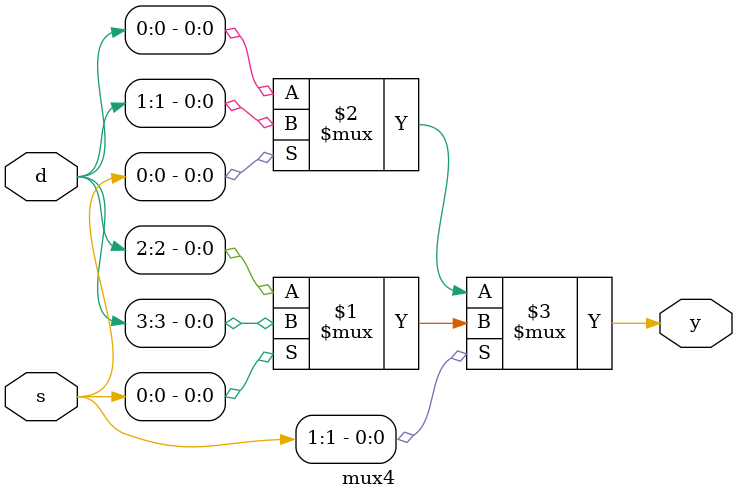
<source format=sv>
module mux4 (
    input logic [1:0]s,
    input logic [3:0]d,
    output y
);
assign y = s[1] ? (s[0] ? (d[3]):(d[2]))
                : (s[0] ? (d[1]):(d[0]));
endmodule
</source>
